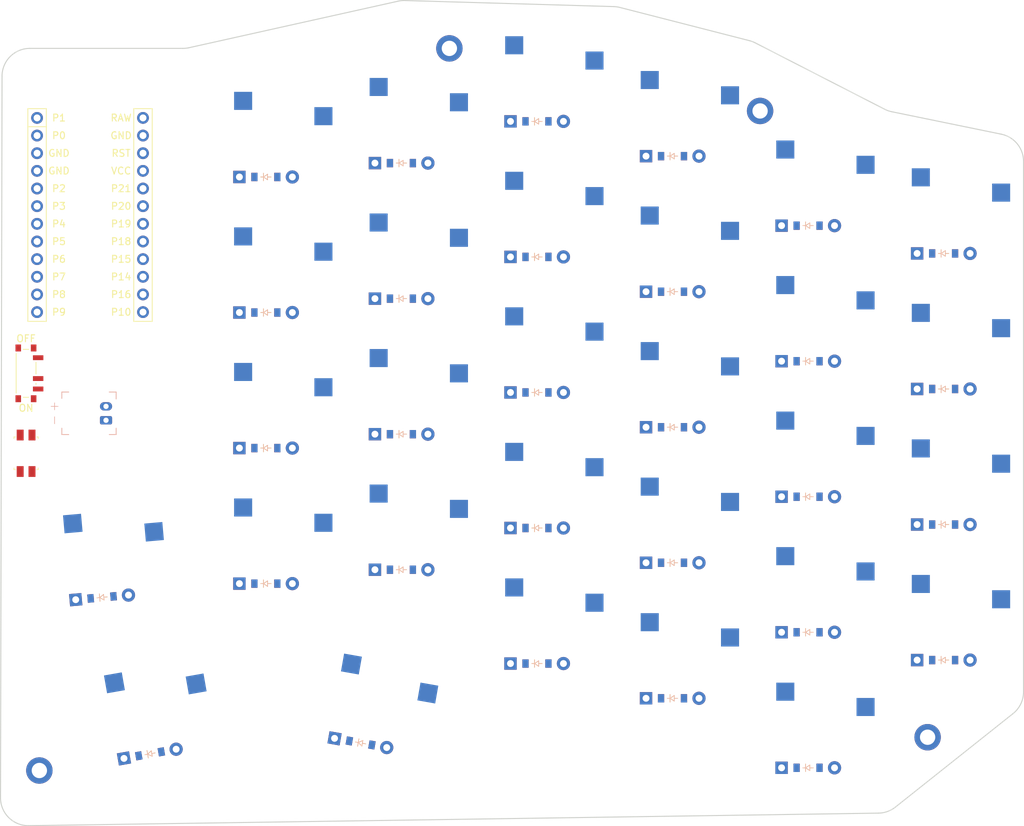
<source format=kicad_pcb>
(kicad_pcb (version 20240108) (generator "ergogen") (generator_version "4.1.0")
  (title_block (title "right") (date "2025-06-04") (rev "v1.0.0") (company "Unknown"))
  (layers (0 "F.Cu" signal) (31 "B.Cu" signal) (34 "B.Paste" user) (35 "F.Paste" user) (36 "B.SilkS" user "B.Silkscreen") (37 "F.SilkS" user "F.Silkscreen") (38 "B.Mask" user) (39 "F.Mask" user) (44 "Edge.Cuts" user))
  (net 0 "")
  (net 1 "P20")
  (net 2 "mirror_outer_row0")
  (net 3 "mirror_outer_row1")
  (net 4 "mirror_outer_row2")
  (net 5 "mirror_outer_row3")
  (net 6 "P19")
  (net 7 "mirror_pinky_arrow")
  (net 8 "mirror_pinky_row0")
  (net 9 "mirror_pinky_row1")
  (net 10 "mirror_pinky_row2")
  (net 11 "mirror_pinky_row3")
  (net 12 "P18")
  (net 13 "mirror_ring_arrow")
  (net 14 "mirror_ring_row0")
  (net 15 "mirror_ring_row1")
  (net 16 "mirror_ring_row2")
  (net 17 "mirror_ring_row3")
  (net 18 "P15")
  (net 19 "mirror_middle_arrow")
  (net 20 "mirror_middle_row0")
  (net 21 "mirror_middle_row1")
  (net 22 "mirror_middle_row2")
  (net 23 "mirror_middle_row3")
  (net 24 "P14")
  (net 25 "mirror_index_row0")
  (net 26 "mirror_index_row1")
  (net 27 "mirror_index_row2")
  (net 28 "mirror_index_row3")
  (net 29 "P16")
  (net 30 "mirror_inner_row0")
  (net 31 "mirror_inner_row1")
  (net 32 "mirror_inner_row2")
  (net 33 "mirror_inner_row3")
  (net 34 "mirror_near_thumbs")
  (net 35 "P10")
  (net 36 "mirror_long_thumbs")
  (net 37 "mirror_one_bracket")
  (net 38 "P7")
  (net 39 "P5")
  (net 40 "P4")
  (net 41 "P3")
  (net 42 "P6")
  (net 43 "RAW")
  (net 44 "GND")
  (net 45 "RST")
  (net 46 "VCC")
  (net 47 "P21")
  (net 48 "P1")
  (net 49 "P0")
  (net 50 "P2")
  (net 51 "P8")
  (net 52 "P9")
  (net 53 "P101")
  (net 54 "P102")
  (net 55 "P107")
  (net 56 "MCU1_24")
  (net 57 "MCU1_1")
  (net 58 "MCU1_23")
  (net 59 "MCU1_2")
  (net 60 "MCU1_22")
  (net 61 "MCU1_3")
  (net 62 "MCU1_21")
  (net 63 "MCU1_4")
  (net 64 "MCU1_20")
  (net 65 "MCU1_5")
  (net 66 "MCU1_19")
  (net 67 "MCU1_6")
  (net 68 "MCU1_18")
  (net 69 "MCU1_7")
  (net 70 "MCU1_17")
  (net 71 "MCU1_8")
  (net 72 "MCU1_16")
  (net 73 "MCU1_9")
  (net 74 "MCU1_15")
  (net 75 "MCU1_10")
  (net 76 "MCU1_14")
  (net 77 "MCU1_11")
  (net 78 "MCU1_13")
  (net 79 "MCU1_12")
  (net 80 "BAT_P")
  (net 81 "JST1_1")
  (net 82 "JST1_2")
  (module PG1350 (layer F.Cu) (at 345 180.5 0)
    (fp_text reference "S1" hide)
    (fp_text value "" hide)
    (pad "" np_thru_hole circle (at 0 0) (size 3.429 3.429) (drill 3.429) (layers *.Cu *.Mask))
    (pad "" np_thru_hole circle (at 5.5 0) (size 1.7018 1.7018) (drill 1.7018) (layers *.Cu *.Mask))
    (pad "" np_thru_hole circle (at -5.5 0) (size 1.7018 1.7018) (drill 1.7018) (layers *.Cu *.Mask))
    (pad "" np_thru_hole circle (at 5 -3.75) (size 3 3) (drill 3) (layers *.Cu *.Mask))
    (pad "" np_thru_hole circle (at 0 -5.95) (size 3 3) (drill 3) (layers *.Cu *.Mask))
    (pad 1 smd rect (at -3.275 -5.95 0) (size 2.6 2.6) (layers B.Cu B.Paste B.Mask) (net 1 "P20"))
    (pad 2 smd rect (at 8.275 -3.75 0) (size 2.6 2.6) (layers B.Cu B.Paste B.Mask) (net 2 "mirror_outer_row0"))
  )
  (module PG1350 (layer F.Cu) (at 345 161 0)
    (fp_text reference "S2" hide)
    (fp_text value "" hide)
    (pad "" np_thru_hole circle (at 0 0) (size 3.429 3.429) (drill 3.429) (layers *.Cu *.Mask))
    (pad "" np_thru_hole circle (at 5.5 0) (size 1.7018 1.7018) (drill 1.7018) (layers *.Cu *.Mask))
    (pad "" np_thru_hole circle (at -5.5 0) (size 1.7018 1.7018) (drill 1.7018) (layers *.Cu *.Mask))
    (pad "" np_thru_hole circle (at 5 -3.75) (size 3 3) (drill 3) (layers *.Cu *.Mask))
    (pad "" np_thru_hole circle (at 0 -5.95) (size 3 3) (drill 3) (layers *.Cu *.Mask))
    (pad 1 smd rect (at -3.275 -5.95 0) (size 2.6 2.6) (layers B.Cu B.Paste B.Mask) (net 1 "P20"))
    (pad 2 smd rect (at 8.275 -3.75 0) (size 2.6 2.6) (layers B.Cu B.Paste B.Mask) (net 3 "mirror_outer_row1"))
  )
  (module PG1350 (layer F.Cu) (at 345 141.5 0)
    (fp_text reference "S3" hide)
    (fp_text value "" hide)
    (pad "" np_thru_hole circle (at 0 0) (size 3.429 3.429) (drill 3.429) (layers *.Cu *.Mask))
    (pad "" np_thru_hole circle (at 5.5 0) (size 1.7018 1.7018) (drill 1.7018) (layers *.Cu *.Mask))
    (pad "" np_thru_hole circle (at -5.5 0) (size 1.7018 1.7018) (drill 1.7018) (layers *.Cu *.Mask))
    (pad "" np_thru_hole circle (at 5 -3.75) (size 3 3) (drill 3) (layers *.Cu *.Mask))
    (pad "" np_thru_hole circle (at 0 -5.95) (size 3 3) (drill 3) (layers *.Cu *.Mask))
    (pad 1 smd rect (at -3.275 -5.95 0) (size 2.6 2.6) (layers B.Cu B.Paste B.Mask) (net 1 "P20"))
    (pad 2 smd rect (at 8.275 -3.75 0) (size 2.6 2.6) (layers B.Cu B.Paste B.Mask) (net 4 "mirror_outer_row2"))
  )
  (module PG1350 (layer F.Cu) (at 345 122 0)
    (fp_text reference "S4" hide)
    (fp_text value "" hide)
    (pad "" np_thru_hole circle (at 0 0) (size 3.429 3.429) (drill 3.429) (layers *.Cu *.Mask))
    (pad "" np_thru_hole circle (at 5.5 0) (size 1.7018 1.7018) (drill 1.7018) (layers *.Cu *.Mask))
    (pad "" np_thru_hole circle (at -5.5 0) (size 1.7018 1.7018) (drill 1.7018) (layers *.Cu *.Mask))
    (pad "" np_thru_hole circle (at 5 -3.75) (size 3 3) (drill 3) (layers *.Cu *.Mask))
    (pad "" np_thru_hole circle (at 0 -5.95) (size 3 3) (drill 3) (layers *.Cu *.Mask))
    (pad 1 smd rect (at -3.275 -5.95 0) (size 2.6 2.6) (layers B.Cu B.Paste B.Mask) (net 1 "P20"))
    (pad 2 smd rect (at 8.275 -3.75 0) (size 2.6 2.6) (layers B.Cu B.Paste B.Mask) (net 5 "mirror_outer_row3"))
  )
  (module PG1350 (layer F.Cu) (at 325.5 196 0)
    (fp_text reference "S5" hide)
    (fp_text value "" hide)
    (pad "" np_thru_hole circle (at 0 0) (size 3.429 3.429) (drill 3.429) (layers *.Cu *.Mask))
    (pad "" np_thru_hole circle (at 5.5 0) (size 1.7018 1.7018) (drill 1.7018) (layers *.Cu *.Mask))
    (pad "" np_thru_hole circle (at -5.5 0) (size 1.7018 1.7018) (drill 1.7018) (layers *.Cu *.Mask))
    (pad "" np_thru_hole circle (at 5 -3.75) (size 3 3) (drill 3) (layers *.Cu *.Mask))
    (pad "" np_thru_hole circle (at 0 -5.95) (size 3 3) (drill 3) (layers *.Cu *.Mask))
    (pad 1 smd rect (at -3.275 -5.95 0) (size 2.6 2.6) (layers B.Cu B.Paste B.Mask) (net 6 "P19"))
    (pad 2 smd rect (at 8.275 -3.75 0) (size 2.6 2.6) (layers B.Cu B.Paste B.Mask) (net 7 "mirror_pinky_arrow"))
  )
  (module PG1350 (layer F.Cu) (at 325.5 176.5 0)
    (fp_text reference "S6" hide)
    (fp_text value "" hide)
    (pad "" np_thru_hole circle (at 0 0) (size 3.429 3.429) (drill 3.429) (layers *.Cu *.Mask))
    (pad "" np_thru_hole circle (at 5.5 0) (size 1.7018 1.7018) (drill 1.7018) (layers *.Cu *.Mask))
    (pad "" np_thru_hole circle (at -5.5 0) (size 1.7018 1.7018) (drill 1.7018) (layers *.Cu *.Mask))
    (pad "" np_thru_hole circle (at 5 -3.75) (size 3 3) (drill 3) (layers *.Cu *.Mask))
    (pad "" np_thru_hole circle (at 0 -5.95) (size 3 3) (drill 3) (layers *.Cu *.Mask))
    (pad 1 smd rect (at -3.275 -5.95 0) (size 2.6 2.6) (layers B.Cu B.Paste B.Mask) (net 6 "P19"))
    (pad 2 smd rect (at 8.275 -3.75 0) (size 2.6 2.6) (layers B.Cu B.Paste B.Mask) (net 8 "mirror_pinky_row0"))
  )
  (module PG1350 (layer F.Cu) (at 325.5 157 0)
    (fp_text reference "S7" hide)
    (fp_text value "" hide)
    (pad "" np_thru_hole circle (at 0 0) (size 3.429 3.429) (drill 3.429) (layers *.Cu *.Mask))
    (pad "" np_thru_hole circle (at 5.5 0) (size 1.7018 1.7018) (drill 1.7018) (layers *.Cu *.Mask))
    (pad "" np_thru_hole circle (at -5.5 0) (size 1.7018 1.7018) (drill 1.7018) (layers *.Cu *.Mask))
    (pad "" np_thru_hole circle (at 5 -3.75) (size 3 3) (drill 3) (layers *.Cu *.Mask))
    (pad "" np_thru_hole circle (at 0 -5.95) (size 3 3) (drill 3) (layers *.Cu *.Mask))
    (pad 1 smd rect (at -3.275 -5.95 0) (size 2.6 2.6) (layers B.Cu B.Paste B.Mask) (net 6 "P19"))
    (pad 2 smd rect (at 8.275 -3.75 0) (size 2.6 2.6) (layers B.Cu B.Paste B.Mask) (net 9 "mirror_pinky_row1"))
  )
  (module PG1350 (layer F.Cu) (at 325.5 137.5 0)
    (fp_text reference "S8" hide)
    (fp_text value "" hide)
    (pad "" np_thru_hole circle (at 0 0) (size 3.429 3.429) (drill 3.429) (layers *.Cu *.Mask))
    (pad "" np_thru_hole circle (at 5.5 0) (size 1.7018 1.7018) (drill 1.7018) (layers *.Cu *.Mask))
    (pad "" np_thru_hole circle (at -5.5 0) (size 1.7018 1.7018) (drill 1.7018) (layers *.Cu *.Mask))
    (pad "" np_thru_hole circle (at 5 -3.75) (size 3 3) (drill 3) (layers *.Cu *.Mask))
    (pad "" np_thru_hole circle (at 0 -5.95) (size 3 3) (drill 3) (layers *.Cu *.Mask))
    (pad 1 smd rect (at -3.275 -5.95 0) (size 2.6 2.6) (layers B.Cu B.Paste B.Mask) (net 6 "P19"))
    (pad 2 smd rect (at 8.275 -3.75 0) (size 2.6 2.6) (layers B.Cu B.Paste B.Mask) (net 10 "mirror_pinky_row2"))
  )
  (module PG1350 (layer F.Cu) (at 325.5 118 0)
    (fp_text reference "S9" hide)
    (fp_text value "" hide)
    (pad "" np_thru_hole circle (at 0 0) (size 3.429 3.429) (drill 3.429) (layers *.Cu *.Mask))
    (pad "" np_thru_hole circle (at 5.5 0) (size 1.7018 1.7018) (drill 1.7018) (layers *.Cu *.Mask))
    (pad "" np_thru_hole circle (at -5.5 0) (size 1.7018 1.7018) (drill 1.7018) (layers *.Cu *.Mask))
    (pad "" np_thru_hole circle (at 5 -3.75) (size 3 3) (drill 3) (layers *.Cu *.Mask))
    (pad "" np_thru_hole circle (at 0 -5.95) (size 3 3) (drill 3) (layers *.Cu *.Mask))
    (pad 1 smd rect (at -3.275 -5.95 0) (size 2.6 2.6) (layers B.Cu B.Paste B.Mask) (net 6 "P19"))
    (pad 2 smd rect (at 8.275 -3.75 0) (size 2.6 2.6) (layers B.Cu B.Paste B.Mask) (net 11 "mirror_pinky_row3"))
  )
  (module PG1350 (layer F.Cu) (at 306 186 0)
    (fp_text reference "S10" hide)
    (fp_text value "" hide)
    (pad "" np_thru_hole circle (at 0 0) (size 3.429 3.429) (drill 3.429) (layers *.Cu *.Mask))
    (pad "" np_thru_hole circle (at 5.5 0) (size 1.7018 1.7018) (drill 1.7018) (layers *.Cu *.Mask))
    (pad "" np_thru_hole circle (at -5.5 0) (size 1.7018 1.7018) (drill 1.7018) (layers *.Cu *.Mask))
    (pad "" np_thru_hole circle (at 5 -3.75) (size 3 3) (drill 3) (layers *.Cu *.Mask))
    (pad "" np_thru_hole circle (at 0 -5.95) (size 3 3) (drill 3) (layers *.Cu *.Mask))
    (pad 1 smd rect (at -3.275 -5.95 0) (size 2.6 2.6) (layers B.Cu B.Paste B.Mask) (net 12 "P18"))
    (pad 2 smd rect (at 8.275 -3.75 0) (size 2.6 2.6) (layers B.Cu B.Paste B.Mask) (net 13 "mirror_ring_arrow"))
  )
  (module PG1350 (layer F.Cu) (at 306 166.5 0)
    (fp_text reference "S11" hide)
    (fp_text value "" hide)
    (pad "" np_thru_hole circle (at 0 0) (size 3.429 3.429) (drill 3.429) (layers *.Cu *.Mask))
    (pad "" np_thru_hole circle (at 5.5 0) (size 1.7018 1.7018) (drill 1.7018) (layers *.Cu *.Mask))
    (pad "" np_thru_hole circle (at -5.5 0) (size 1.7018 1.7018) (drill 1.7018) (layers *.Cu *.Mask))
    (pad "" np_thru_hole circle (at 5 -3.75) (size 3 3) (drill 3) (layers *.Cu *.Mask))
    (pad "" np_thru_hole circle (at 0 -5.95) (size 3 3) (drill 3) (layers *.Cu *.Mask))
    (pad 1 smd rect (at -3.275 -5.95 0) (size 2.6 2.6) (layers B.Cu B.Paste B.Mask) (net 12 "P18"))
    (pad 2 smd rect (at 8.275 -3.75 0) (size 2.6 2.6) (layers B.Cu B.Paste B.Mask) (net 14 "mirror_ring_row0"))
  )
  (module PG1350 (layer F.Cu) (at 306 147 0)
    (fp_text reference "S12" hide)
    (fp_text value "" hide)
    (pad "" np_thru_hole circle (at 0 0) (size 3.429 3.429) (drill 3.429) (layers *.Cu *.Mask))
    (pad "" np_thru_hole circle (at 5.5 0) (size 1.7018 1.7018) (drill 1.7018) (layers *.Cu *.Mask))
    (pad "" np_thru_hole circle (at -5.5 0) (size 1.7018 1.7018) (drill 1.7018) (layers *.Cu *.Mask))
    (pad "" np_thru_hole circle (at 5 -3.75) (size 3 3) (drill 3) (layers *.Cu *.Mask))
    (pad "" np_thru_hole circle (at 0 -5.95) (size 3 3) (drill 3) (layers *.Cu *.Mask))
    (pad 1 smd rect (at -3.275 -5.95 0) (size 2.6 2.6) (layers B.Cu B.Paste B.Mask) (net 12 "P18"))
    (pad 2 smd rect (at 8.275 -3.75 0) (size 2.6 2.6) (layers B.Cu B.Paste B.Mask) (net 15 "mirror_ring_row1"))
  )
  (module PG1350 (layer F.Cu) (at 306 127.5 0)
    (fp_text reference "S13" hide)
    (fp_text value "" hide)
    (pad "" np_thru_hole circle (at 0 0) (size 3.429 3.429) (drill 3.429) (layers *.Cu *.Mask))
    (pad "" np_thru_hole circle (at 5.5 0) (size 1.7018 1.7018) (drill 1.7018) (layers *.Cu *.Mask))
    (pad "" np_thru_hole circle (at -5.5 0) (size 1.7018 1.7018) (drill 1.7018) (layers *.Cu *.Mask))
    (pad "" np_thru_hole circle (at 5 -3.75) (size 3 3) (drill 3) (layers *.Cu *.Mask))
    (pad "" np_thru_hole circle (at 0 -5.95) (size 3 3) (drill 3) (layers *.Cu *.Mask))
    (pad 1 smd rect (at -3.275 -5.95 0) (size 2.6 2.6) (layers B.Cu B.Paste B.Mask) (net 12 "P18"))
    (pad 2 smd rect (at 8.275 -3.75 0) (size 2.6 2.6) (layers B.Cu B.Paste B.Mask) (net 16 "mirror_ring_row2"))
  )
  (module PG1350 (layer F.Cu) (at 306 108 0)
    (fp_text reference "S14" hide)
    (fp_text value "" hide)
    (pad "" np_thru_hole circle (at 0 0) (size 3.429 3.429) (drill 3.429) (layers *.Cu *.Mask))
    (pad "" np_thru_hole circle (at 5.5 0) (size 1.7018 1.7018) (drill 1.7018) (layers *.Cu *.Mask))
    (pad "" np_thru_hole circle (at -5.5 0) (size 1.7018 1.7018) (drill 1.7018) (layers *.Cu *.Mask))
    (pad "" np_thru_hole circle (at 5 -3.75) (size 3 3) (drill 3) (layers *.Cu *.Mask))
    (pad "" np_thru_hole circle (at 0 -5.95) (size 3 3) (drill 3) (layers *.Cu *.Mask))
    (pad 1 smd rect (at -3.275 -5.95 0) (size 2.6 2.6) (layers B.Cu B.Paste B.Mask) (net 12 "P18"))
    (pad 2 smd rect (at 8.275 -3.75 0) (size 2.6 2.6) (layers B.Cu B.Paste B.Mask) (net 17 "mirror_ring_row3"))
  )
  (module PG1350 (layer F.Cu) (at 286.5 181 0)
    (fp_text reference "S15" hide)
    (fp_text value "" hide)
    (pad "" np_thru_hole circle (at 0 0) (size 3.429 3.429) (drill 3.429) (layers *.Cu *.Mask))
    (pad "" np_thru_hole circle (at 5.5 0) (size 1.7018 1.7018) (drill 1.7018) (layers *.Cu *.Mask))
    (pad "" np_thru_hole circle (at -5.5 0) (size 1.7018 1.7018) (drill 1.7018) (layers *.Cu *.Mask))
    (pad "" np_thru_hole circle (at 5 -3.75) (size 3 3) (drill 3) (layers *.Cu *.Mask))
    (pad "" np_thru_hole circle (at 0 -5.95) (size 3 3) (drill 3) (layers *.Cu *.Mask))
    (pad 1 smd rect (at -3.275 -5.95 0) (size 2.6 2.6) (layers B.Cu B.Paste B.Mask) (net 18 "P15"))
    (pad 2 smd rect (at 8.275 -3.75 0) (size 2.6 2.6) (layers B.Cu B.Paste B.Mask) (net 19 "mirror_middle_arrow"))
  )
  (module PG1350 (layer F.Cu) (at 286.5 161.5 0)
    (fp_text reference "S16" hide)
    (fp_text value "" hide)
    (pad "" np_thru_hole circle (at 0 0) (size 3.429 3.429) (drill 3.429) (layers *.Cu *.Mask))
    (pad "" np_thru_hole circle (at 5.5 0) (size 1.7018 1.7018) (drill 1.7018) (layers *.Cu *.Mask))
    (pad "" np_thru_hole circle (at -5.5 0) (size 1.7018 1.7018) (drill 1.7018) (layers *.Cu *.Mask))
    (pad "" np_thru_hole circle (at 5 -3.75) (size 3 3) (drill 3) (layers *.Cu *.Mask))
    (pad "" np_thru_hole circle (at 0 -5.95) (size 3 3) (drill 3) (layers *.Cu *.Mask))
    (pad 1 smd rect (at -3.275 -5.95 0) (size 2.6 2.6) (layers B.Cu B.Paste B.Mask) (net 18 "P15"))
    (pad 2 smd rect (at 8.275 -3.75 0) (size 2.6 2.6) (layers B.Cu B.Paste B.Mask) (net 20 "mirror_middle_row0"))
  )
  (module PG1350 (layer F.Cu) (at 286.5 142 0)
    (fp_text reference "S17" hide)
    (fp_text value "" hide)
    (pad "" np_thru_hole circle (at 0 0) (size 3.429 3.429) (drill 3.429) (layers *.Cu *.Mask))
    (pad "" np_thru_hole circle (at 5.5 0) (size 1.7018 1.7018) (drill 1.7018) (layers *.Cu *.Mask))
    (pad "" np_thru_hole circle (at -5.5 0) (size 1.7018 1.7018) (drill 1.7018) (layers *.Cu *.Mask))
    (pad "" np_thru_hole circle (at 5 -3.75) (size 3 3) (drill 3) (layers *.Cu *.Mask))
    (pad "" np_thru_hole circle (at 0 -5.95) (size 3 3) (drill 3) (layers *.Cu *.Mask))
    (pad 1 smd rect (at -3.275 -5.95 0) (size 2.6 2.6) (layers B.Cu B.Paste B.Mask) (net 18 "P15"))
    (pad 2 smd rect (at 8.275 -3.75 0) (size 2.6 2.6) (layers B.Cu B.Paste B.Mask) (net 21 "mirror_middle_row1"))
  )
  (module PG1350 (layer F.Cu) (at 286.5 122.5 0)
    (fp_text reference "S18" hide)
    (fp_text value "" hide)
    (pad "" np_thru_hole circle (at 0 0) (size 3.429 3.429) (drill 3.429) (layers *.Cu *.Mask))
    (pad "" np_thru_hole circle (at 5.5 0) (size 1.7018 1.7018) (drill 1.7018) (layers *.Cu *.Mask))
    (pad "" np_thru_hole circle (at -5.5 0) (size 1.7018 1.7018) (drill 1.7018) (layers *.Cu *.Mask))
    (pad "" np_thru_hole circle (at 5 -3.75) (size 3 3) (drill 3) (layers *.Cu *.Mask))
    (pad "" np_thru_hole circle (at 0 -5.95) (size 3 3) (drill 3) (layers *.Cu *.Mask))
    (pad 1 smd rect (at -3.275 -5.95 0) (size 2.6 2.6) (layers B.Cu B.Paste B.Mask) (net 18 "P15"))
    (pad 2 smd rect (at 8.275 -3.75 0) (size 2.6 2.6) (layers B.Cu B.Paste B.Mask) (net 22 "mirror_middle_row2"))
  )
  (module PG1350 (layer F.Cu) (at 286.5 103 0)
    (fp_text reference "S19" hide)
    (fp_text value "" hide)
    (pad "" np_thru_hole circle (at 0 0) (size 3.429 3.429) (drill 3.429) (layers *.Cu *.Mask))
    (pad "" np_thru_hole circle (at 5.5 0) (size 1.7018 1.7018) (drill 1.7018) (layers *.Cu *.Mask))
    (pad "" np_thru_hole circle (at -5.5 0) (size 1.7018 1.7018) (drill 1.7018) (layers *.Cu *.Mask))
    (pad "" np_thru_hole circle (at 5 -3.75) (size 3 3) (drill 3) (layers *.Cu *.Mask))
    (pad "" np_thru_hole circle (at 0 -5.95) (size 3 3) (drill 3) (layers *.Cu *.Mask))
    (pad 1 smd rect (at -3.275 -5.95 0) (size 2.6 2.6) (layers B.Cu B.Paste B.Mask) (net 18 "P15"))
    (pad 2 smd rect (at 8.275 -3.75 0) (size 2.6 2.6) (layers B.Cu B.Paste B.Mask) (net 23 "mirror_middle_row3"))
  )
  (module PG1350 (layer F.Cu) (at 267 167.5 0)
    (fp_text reference "S20" hide)
    (fp_text value "" hide)
    (pad "" np_thru_hole circle (at 0 0) (size 3.429 3.429) (drill 3.429) (layers *.Cu *.Mask))
    (pad "" np_thru_hole circle (at 5.5 0) (size 1.7018 1.7018) (drill 1.7018) (layers *.Cu *.Mask))
    (pad "" np_thru_hole circle (at -5.5 0) (size 1.7018 1.7018) (drill 1.7018) (layers *.Cu *.Mask))
    (pad "" np_thru_hole circle (at 5 -3.75) (size 3 3) (drill 3) (layers *.Cu *.Mask))
    (pad "" np_thru_hole circle (at 0 -5.95) (size 3 3) (drill 3) (layers *.Cu *.Mask))
    (pad 1 smd rect (at -3.275 -5.95 0) (size 2.6 2.6) (layers B.Cu B.Paste B.Mask) (net 24 "P14"))
    (pad 2 smd rect (at 8.275 -3.75 0) (size 2.6 2.6) (layers B.Cu B.Paste B.Mask) (net 25 "mirror_index_row0"))
  )
  (module PG1350 (layer F.Cu) (at 267 148 0)
    (fp_text reference "S21" hide)
    (fp_text value "" hide)
    (pad "" np_thru_hole circle (at 0 0) (size 3.429 3.429) (drill 3.429) (layers *.Cu *.Mask))
    (pad "" np_thru_hole circle (at 5.5 0) (size 1.7018 1.7018) (drill 1.7018) (layers *.Cu *.Mask))
    (pad "" np_thru_hole circle (at -5.5 0) (size 1.7018 1.7018) (drill 1.7018) (layers *.Cu *.Mask))
    (pad "" np_thru_hole circle (at 5 -3.75) (size 3 3) (drill 3) (layers *.Cu *.Mask))
    (pad "" np_thru_hole circle (at 0 -5.95) (size 3 3) (drill 3) (layers *.Cu *.Mask))
    (pad 1 smd rect (at -3.275 -5.95 0) (size 2.6 2.6) (layers B.Cu B.Paste B.Mask) (net 24 "P14"))
    (pad 2 smd rect (at 8.275 -3.75 0) (size 2.6 2.6) (layers B.Cu B.Paste B.Mask) (net 26 "mirror_index_row1"))
  )
  (module PG1350 (layer F.Cu) (at 267 128.5 0)
    (fp_text reference "S22" hide)
    (fp_text value "" hide)
    (pad "" np_thru_hole circle (at 0 0) (size 3.429 3.429) (drill 3.429) (layers *.Cu *.Mask))
    (pad "" np_thru_hole circle (at 5.5 0) (size 1.7018 1.7018) (drill 1.7018) (layers *.Cu *.Mask))
    (pad "" np_thru_hole circle (at -5.5 0) (size 1.7018 1.7018) (drill 1.7018) (layers *.Cu *.Mask))
    (pad "" np_thru_hole circle (at 5 -3.75) (size 3 3) (drill 3) (layers *.Cu *.Mask))
    (pad "" np_thru_hole circle (at 0 -5.95) (size 3 3) (drill 3) (layers *.Cu *.Mask))
    (pad 1 smd rect (at -3.275 -5.95 0) (size 2.6 2.6) (layers B.Cu B.Paste B.Mask) (net 24 "P14"))
    (pad 2 smd rect (at 8.275 -3.75 0) (size 2.6 2.6) (layers B.Cu B.Paste B.Mask) (net 27 "mirror_index_row2"))
  )
  (module PG1350 (layer F.Cu) (at 267 109 0)
    (fp_text reference "S23" hide)
    (fp_text value "" hide)
    (pad "" np_thru_hole circle (at 0 0) (size 3.429 3.429) (drill 3.429) (layers *.Cu *.Mask))
    (pad "" np_thru_hole circle (at 5.5 0) (size 1.7018 1.7018) (drill 1.7018) (layers *.Cu *.Mask))
    (pad "" np_thru_hole circle (at -5.5 0) (size 1.7018 1.7018) (drill 1.7018) (layers *.Cu *.Mask))
    (pad "" np_thru_hole circle (at 5 -3.75) (size 3 3) (drill 3) (layers *.Cu *.Mask))
    (pad "" np_thru_hole circle (at 0 -5.95) (size 3 3) (drill 3) (layers *.Cu *.Mask))
    (pad 1 smd rect (at -3.275 -5.95 0) (size 2.6 2.6) (layers B.Cu B.Paste B.Mask) (net 24 "P14"))
    (pad 2 smd rect (at 8.275 -3.75 0) (size 2.6 2.6) (layers B.Cu B.Paste B.Mask) (net 28 "mirror_index_row3"))
  )
  (module PG1350 (layer F.Cu) (at 247.5 169.5 0)
    (fp_text reference "S24" hide)
    (fp_text value "" hide)
    (pad "" np_thru_hole circle (at 0 0) (size 3.429 3.429) (drill 3.429) (layers *.Cu *.Mask))
    (pad "" np_thru_hole circle (at 5.5 0) (size 1.7018 1.7018) (drill 1.7018) (layers *.Cu *.Mask))
    (pad "" np_thru_hole circle (at -5.5 0) (size 1.7018 1.7018) (drill 1.7018) (layers *.Cu *.Mask))
    (pad "" np_thru_hole circle (at 5 -3.75) (size 3 3) (drill 3) (layers *.Cu *.Mask))
    (pad "" np_thru_hole circle (at 0 -5.95) (size 3 3) (drill 3) (layers *.Cu *.Mask))
    (pad 1 smd rect (at -3.275 -5.95 0) (size 2.6 2.6) (layers B.Cu B.Paste B.Mask) (net 29 "P16"))
    (pad 2 smd rect (at 8.275 -3.75 0) (size 2.6 2.6) (layers B.Cu B.Paste B.Mask) (net 30 "mirror_inner_row0"))
  )
  (module PG1350 (layer F.Cu) (at 247.5 150 0)
    (fp_text reference "S25" hide)
    (fp_text value "" hide)
    (pad "" np_thru_hole circle (at 0 0) (size 3.429 3.429) (drill 3.429) (layers *.Cu *.Mask))
    (pad "" np_thru_hole circle (at 5.5 0) (size 1.7018 1.7018) (drill 1.7018) (layers *.Cu *.Mask))
    (pad "" np_thru_hole circle (at -5.5 0) (size 1.7018 1.7018) (drill 1.7018) (layers *.Cu *.Mask))
    (pad "" np_thru_hole circle (at 5 -3.75) (size 3 3) (drill 3) (layers *.Cu *.Mask))
    (pad "" np_thru_hole circle (at 0 -5.95) (size 3 3) (drill 3) (layers *.Cu *.Mask))
    (pad 1 smd rect (at -3.275 -5.95 0) (size 2.6 2.6) (layers B.Cu B.Paste B.Mask) (net 29 "P16"))
    (pad 2 smd rect (at 8.275 -3.75 0) (size 2.6 2.6) (layers B.Cu B.Paste B.Mask) (net 31 "mirror_inner_row1"))
  )
  (module PG1350 (layer F.Cu) (at 247.5 130.5 0)
    (fp_text reference "S26" hide)
    (fp_text value "" hide)
    (pad "" np_thru_hole circle (at 0 0) (size 3.429 3.429) (drill 3.429) (layers *.Cu *.Mask))
    (pad "" np_thru_hole circle (at 5.5 0) (size 1.7018 1.7018) (drill 1.7018) (layers *.Cu *.Mask))
    (pad "" np_thru_hole circle (at -5.5 0) (size 1.7018 1.7018) (drill 1.7018) (layers *.Cu *.Mask))
    (pad "" np_thru_hole circle (at 5 -3.75) (size 3 3) (drill 3) (layers *.Cu *.Mask))
    (pad "" np_thru_hole circle (at 0 -5.95) (size 3 3) (drill 3) (layers *.Cu *.Mask))
    (pad 1 smd rect (at -3.275 -5.95 0) (size 2.6 2.6) (layers B.Cu B.Paste B.Mask) (net 29 "P16"))
    (pad 2 smd rect (at 8.275 -3.75 0) (size 2.6 2.6) (layers B.Cu B.Paste B.Mask) (net 32 "mirror_inner_row2"))
  )
  (module PG1350 (layer F.Cu) (at 247.5 111 0)
    (fp_text reference "S27" hide)
    (fp_text value "" hide)
    (pad "" np_thru_hole circle (at 0 0) (size 3.429 3.429) (drill 3.429) (layers *.Cu *.Mask))
    (pad "" np_thru_hole circle (at 5.5 0) (size 1.7018 1.7018) (drill 1.7018) (layers *.Cu *.Mask))
    (pad "" np_thru_hole circle (at -5.5 0) (size 1.7018 1.7018) (drill 1.7018) (layers *.Cu *.Mask))
    (pad "" np_thru_hole circle (at 5 -3.75) (size 3 3) (drill 3) (layers *.Cu *.Mask))
    (pad "" np_thru_hole circle (at 0 -5.95) (size 3 3) (drill 3) (layers *.Cu *.Mask))
    (pad 1 smd rect (at -3.275 -5.95 0) (size 2.6 2.6) (layers B.Cu B.Paste B.Mask) (net 29 "P16"))
    (pad 2 smd rect (at 8.275 -3.75 0) (size 2.6 2.6) (layers B.Cu B.Paste B.Mask) (net 33 "mirror_inner_row3"))
  )
  (module PG1350 (layer F.Cu) (at 262 192.5 -10)
    (fp_text reference "S28" hide)
    (fp_text value "" hide)
    (pad "" np_thru_hole circle (at 0 0) (size 3.429 3.429) (drill 3.429) (layers *.Cu *.Mask))
    (pad "" np_thru_hole circle (at 5.5 0) (size 1.7018 1.7018) (drill 1.7018) (layers *.Cu *.Mask))
    (pad "" np_thru_hole circle (at -5.5 0) (size 1.7018 1.7018) (drill 1.7018) (layers *.Cu *.Mask))
    (pad "" np_thru_hole circle (at 5 -3.75) (size 3 3) (drill 3) (layers *.Cu *.Mask))
    (pad "" np_thru_hole circle (at 0 -5.95) (size 3 3) (drill 3) (layers *.Cu *.Mask))
    (pad 1 smd rect (at -3.275 -5.95 -10) (size 2.6 2.6) (layers B.Cu B.Paste B.Mask) (net 24 "P14"))
    (pad 2 smd rect (at 8.275 -3.75 -10) (size 2.6 2.6) (layers B.Cu B.Paste B.Mask) (net 34 "mirror_near_thumbs"))
  )
  (module PG1350 (layer F.Cu) (at 229.9676116 194.0628335 10)
    (fp_text reference "S29" hide)
    (fp_text value "" hide)
    (pad "" np_thru_hole circle (at 0 0) (size 3.429 3.429) (drill 3.429) (layers *.Cu *.Mask))
    (pad "" np_thru_hole circle (at 5.5 0) (size 1.7018 1.7018) (drill 1.7018) (layers *.Cu *.Mask))
    (pad "" np_thru_hole circle (at -5.5 0) (size 1.7018 1.7018) (drill 1.7018) (layers *.Cu *.Mask))
    (pad "" np_thru_hole circle (at 5 -3.75) (size 3 3) (drill 3) (layers *.Cu *.Mask))
    (pad "" np_thru_hole circle (at 0 -5.95) (size 3 3) (drill 3) (layers *.Cu *.Mask))
    (pad 1 smd rect (at -3.275 -5.95 10) (size 2.6 2.6) (layers B.Cu B.Paste B.Mask) (net 35 "P10"))
    (pad 2 smd rect (at 8.275 -3.75 10) (size 2.6 2.6) (layers B.Cu B.Paste B.Mask) (net 36 "mirror_long_thumbs"))
  )
  (module PG1350 (layer F.Cu) (at 223.5 171.5 5)
    (fp_text reference "S30" hide)
    (fp_text value "" hide)
    (pad "" np_thru_hole circle (at 0 0) (size 3.429 3.429) (drill 3.429) (layers *.Cu *.Mask))
    (pad "" np_thru_hole circle (at 5.5 0) (size 1.7018 1.7018) (drill 1.7018) (layers *.Cu *.Mask))
    (pad "" np_thru_hole circle (at -5.5 0) (size 1.7018 1.7018) (drill 1.7018) (layers *.Cu *.Mask))
    (pad "" np_thru_hole circle (at 5 -3.75) (size 3 3) (drill 3) (layers *.Cu *.Mask))
    (pad "" np_thru_hole circle (at 0 -5.95) (size 3 3) (drill 3) (layers *.Cu *.Mask))
    (pad 1 smd rect (at -3.275 -5.95 5) (size 2.6 2.6) (layers B.Cu B.Paste B.Mask) (net 35 "P10"))
    (pad 2 smd rect (at 8.275 -3.75 5) (size 2.6 2.6) (layers B.Cu B.Paste B.Mask) (net 37 "mirror_one_bracket"))
  )
  (module ComboDiode (layer F.Cu) (at 345 185.5 0)
    (fp_text reference "D1" hide)
    (fp_text value "" hide)
    (pad 1 smd rect (at -1.65 0 0) (size 0.9 1.2) (layers F.Cu F.Paste F.Mask) (net 38 "P7"))
    (pad 2 smd rect (at 1.65 0 0) (size 0.9 1.2) (layers B.Cu B.Paste B.Mask) (net 2 "mirror_outer_row0"))
    (pad 1 smd rect (at -1.65 0 0) (size 0.9 1.2) (layers B.Cu B.Paste B.Mask) (net 38 "P7"))
    (pad 2 smd rect (at 1.65 0 0) (size 0.9 1.2) (layers F.Cu F.Paste F.Mask) (net 2 "mirror_outer_row0"))
    (pad 1 thru_hole rect (at -3.81 0 0) (size 1.778 1.778) (drill 0.9906) (layers *.Cu *.Mask) (net 38 "P7"))
    (pad 2 thru_hole circle (at 3.81 0 0) (size 1.905 1.905) (drill 0.9906) (layers *.Cu *.Mask) (net 2 "mirror_outer_row0"))
  )
  (module ComboDiode (layer F.Cu) (at 345 166 0)
    (fp_text reference "D2" hide)
    (fp_text value "" hide)
    (pad 1 smd rect (at -1.65 0 0) (size 0.9 1.2) (layers F.Cu F.Paste F.Mask) (net 39 "P5"))
    (pad 2 smd rect (at 1.65 0 0) (size 0.9 1.2) (layers B.Cu B.Paste B.Mask) (net 3 "mirror_outer_row1"))
    (pad 1 smd rect (at -1.65 0 0) (size 0.9 1.2) (layers B.Cu B.Paste B.Mask) (net 39 "P5"))
    (pad 2 smd rect (at 1.65 0 0) (size 0.9 1.2) (layers F.Cu F.Paste F.Mask) (net 3 "mirror_outer_row1"))
    (pad 1 thru_hole rect (at -3.81 0 0) (size 1.778 1.778) (drill 0.9906) (layers *.Cu *.Mask) (net 39 "P5"))
    (pad 2 thru_hole circle (at 3.81 0 0) (size 1.905 1.905) (drill 0.9906) (layers *.Cu *.Mask) (net 3 "mirror_outer_row1"))
  )
  (module ComboDiode (layer F.Cu) (at 345 146.5 0)
    (fp_text reference "D3" hide)
    (fp_text value "" hide)
    (pad 1 smd rect (at -1.65 0 0) (size 0.9 1.2) (layers F.Cu F.Paste F.Mask) (net 40 "P4"))
    (pad 2 smd rect (at 1.65 0 0) (size 0.9 1.2) (layers B.Cu B.Paste B.Mask) (net 4 "mirror_outer_row2"))
    (pad 1 smd rect (at -1.65 0 0) (size 0.9 1.2) (layers B.Cu B.Paste B.Mask) (net 40 "P4"))
    (pad 2 smd rect (at 1.65 0 0) (size 0.9 1.2) (layers F.Cu F.Paste F.Mask) (net 4 "mirror_outer_row2"))
    (pad 1 thru_hole rect (at -3.81 0 0) (size 1.778 1.778) (drill 0.9906) (layers *.Cu *.Mask) (net 40 "P4"))
    (pad 2 thru_hole circle (at 3.81 0 0) (size 1.905 1.905) (drill 0.9906) (layers *.Cu *.Mask) (net 4 "mirror_outer_row2"))
  )
  (module ComboDiode (layer F.Cu) (at 345 127 0)
    (fp_text reference "D4" hide)
    (fp_text value "" hide)
    (pad 1 smd rect (at -1.65 0 0) (size 0.9 1.2) (layers F.Cu F.Paste F.Mask) (net 41 "P3"))
    (pad 2 smd rect (at 1.65 0 0) (size 0.9 1.2) (layers B.Cu B.Paste B.Mask) (net 5 "mirror_outer_row3"))
    (pad 1 smd rect (at -1.65 0 0) (size 0.9 1.2) (layers B.Cu B.Paste B.Mask) (net 41 "P3"))
    (pad 2 smd rect (at 1.65 0 0) (size 0.9 1.2) (layers F.Cu F.Paste F.Mask) (net 5 "mirror_outer_row3"))
    (pad 1 thru_hole rect (at -3.81 0 0) (size 1.778 1.778) (drill 0.9906) (layers *.Cu *.Mask) (net 41 "P3"))
    (pad 2 thru_hole circle (at 3.81 0 0) (size 1.905 1.905) (drill 0.9906) (layers *.Cu *.Mask) (net 5 "mirror_outer_row3"))
  )
  (module ComboDiode (layer F.Cu) (at 325.5 201 0)
    (fp_text reference "D5" hide)
    (fp_text value "" hide)
    (pad 1 smd rect (at -1.65 0 0) (size 0.9 1.2) (layers F.Cu F.Paste F.Mask) (net 42 "P6"))
    (pad 2 smd rect (at 1.65 0 0) (size 0.9 1.2) (layers B.Cu B.Paste B.Mask) (net 7 "mirror_pinky_arrow"))
    (pad 1 smd rect (at -1.65 0 0) (size 0.9 1.2) (layers B.Cu B.Paste B.Mask) (net 42 "P6"))
    (pad 2 smd rect (at 1.65 0 0) (size 0.9 1.2) (layers F.Cu F.Paste F.Mask) (net 7 "mirror_pinky_arrow"))
    (pad 1 thru_hole rect (at -3.81 0 0) (size 1.778 1.778) (drill 0.9906) (layers *.Cu *.Mask) (net 42 "P6"))
    (pad 2 thru_hole circle (at 3.81 0 0) (size 1.905 1.905) (drill 0.9906) (layers *.Cu *.Mask) (net 7 "mirror_pinky_arrow"))
  )
  (module ComboDiode (layer F.Cu) (at 325.5 181.5 0)
    (fp_text reference "D6" hide)
    (fp_text value "" hide)
    (pad 1 smd rect (at -1.65 0 0) (size 0.9 1.2) (layers F.Cu F.Paste F.Mask) (net 38 "P7"))
    (pad 2 smd rect (at 1.65 0 0) (size 0.9 1.2) (layers B.Cu B.Paste B.Mask) (net 8 "mirror_pinky_row0"))
    (pad 1 smd rect (at -1.65 0 0) (size 0.9 1.2) (layers B.Cu B.Paste B.Mask) (net 38 "P7"))
    (pad 2 smd rect (at 1.65 0 0) (size 0.9 1.2) (layers F.Cu F.Paste F.Mask) (net 8 "mirror_pinky_row0"))
    (pad 1 thru_hole rect (at -3.81 0 0) (size 1.778 1.778) (drill 0.9906) (layers *.Cu *.Mask) (net 38 "P7"))
    (pad 2 thru_hole circle (at 3.81 0 0) (size 1.905 1.905) (drill 0.9906) (layers *.Cu *.Mask) (net 8 "mirror_pinky_row0"))
  )
  (module ComboDiode (layer F.Cu) (at 325.5 162 0)
    (fp_text reference "D7" hide)
    (fp_text value "" hide)
    (pad 1 smd rect (at -1.65 0 0) (size 0.9 1.2) (layers F.Cu F.Paste F.Mask) (net 39 "P5"))
    (pad 2 smd rect (at 1.65 0 0) (size 0.9 1.2) (layers B.Cu B.Paste B.Mask) (net 9 "mirror_pinky_row1"))
    (pad 1 smd rect (at -1.65 0 0) (size 0.9 1.2) (layers B.Cu B.Paste B.Mask) (net 39 "P5"))
    (pad 2 smd rect (at 1.65 0 0) (size 0.9 1.2) (layers F.Cu F.Paste F.Mask) (net 9 "mirror_pinky_row1"))
    (pad 1 thru_hole rect (at -3.81 0 0) (size 1.778 1.778) (drill 0.9906) (layers *.Cu *.Mask) (net 39 "P5"))
    (pad 2 thru_hole circle (at 3.81 0 0) (size 1.905 1.905) (drill 0.9906) (layers *.Cu *.Mask) (net 9 "mirror_pinky_row1"))
  )
  (module ComboDiode (layer F.Cu) (at 325.5 142.5 0)
    (fp_text reference "D8" hide)
    (fp_text value "" hide)
    (pad 1 smd rect (at -1.65 0 0) (size 0.9 1.2) (layers F.Cu F.Paste F.Mask) (net 40 "P4"))
    (pad 2 smd rect (at 1.65 0 0) (size 0.9 1.2) (layers B.Cu B.Paste B.Mask) (net 10 "mirror_pinky_row2"))
    (pad 1 smd rect (at -1.65 0 0) (size 0.9 1.2) (layers B.Cu B.Paste B.Mask) (net 40 "P4"))
    (pad 2 smd rect (at 1.65 0 0) (size 0.9 1.2) (layers F.Cu F.Paste F.Mask) (net 10 "mirror_pinky_row2"))
    (pad 1 thru_hole rect (at -3.81 0 0) (size 1.778 1.778) (drill 0.9906) (layers *.Cu *.Mask) (net 40 "P4"))
    (pad 2 thru_hole circle (at 3.81 0 0) (size 1.905 1.905) (drill 0.9906) (layers *.Cu *.Mask) (net 10 "mirror_pinky_row2"))
  )
  (module ComboDiode (layer F.Cu) (at 325.5 123 0)
    (fp_text reference "D9" hide)
    (fp_text value "" hide)
    (pad 1 smd rect (at -1.65 0 0) (size 0.9 1.2) (layers F.Cu F.Paste F.Mask) (net 41 "P3"))
    (pad 2 smd rect (at 1.65 0 0) (size 0.9 1.2) (layers B.Cu B.Paste B.Mask) (net 11 "mirror_pinky_row3"))
    (pad 1 smd rect (at -1.65 0 0) (size 0.9 1.2) (layers B.Cu B.Paste B.Mask) (net 41 "P3"))
    (pad 2 smd rect (at 1.65 0 0) (size 0.9 1.2) (layers F.Cu F.Paste F.Mask) (net 11 "mirror_pinky_row3"))
    (pad 1 thru_hole rect (at -3.81 0 0) (size 1.778 1.778) (drill 0.9906) (layers *.Cu *.Mask) (net 41 "P3"))
    (pad 2 thru_hole circle (at 3.81 0 0) (size 1.905 1.905) (drill 0.9906) (layers *.Cu *.Mask) (net 11 "mirror_pinky_row3"))
  )
  (module ComboDiode (layer F.Cu) (at 306 191 0)
    (fp_text reference "D10" hide)
    (fp_text value "" hide)
    (pad 1 smd rect (at -1.65 0 0) (size 0.9 1.2) (layers F.Cu F.Paste F.Mask) (net 42 "P6"))
    (pad 2 smd rect (at 1.65 0 0) (size 0.9 1.2) (layers B.Cu B.Paste B.Mask) (net 13 "mirror_ring_arrow"))
    (pad 1 smd rect (at -1.65 0 0) (size 0.9 1.2) (layers B.Cu B.Paste B.Mask) (net 42 "P6"))
    (pad 2 smd rect (at 1.65 0 0) (size 0.9 1.2) (layers F.Cu F.Paste F.Mask) (net 13 "mirror_ring_arrow"))
    (pad 1 thru_hole rect (at -3.81 0 0) (size 1.778 1.778) (drill 0.9906) (layers *.Cu *.Mask) (net 42 "P6"))
    (pad 2 thru_hole circle (at 3.81 0 0) (size 1.905 1.905) (drill 0.9906) (layers *.Cu *.Mask) (net 13 "mirror_ring_arrow"))
  )
  (module ComboDiode (layer F.Cu) (at 306 171.5 0)
    (fp_text reference "D11" hide)
    (fp_text value "" hide)
    (pad 1 smd rect (at -1.65 0 0) (size 0.9 1.2) (layers F.Cu F.Paste F.Mask) (net 38 "P7"))
    (pad 2 smd rect (at 1.65 0 0) (size 0.9 1.2) (layers B.Cu B.Paste B.Mask) (net 14 "mirror_ring_row0"))
    (pad 1 smd rect (at -1.65 0 0) (size 0.9 1.2) (layers B.Cu B.Paste B.Mask) (net 38 "P7"))
    (pad 2 smd rect (at 1.65 0 0) (size 0.9 1.2) (layers F.Cu F.Paste F.Mask) (net 14 "mirror_ring_row0"))
    (pad 1 thru_hole rect (at -3.81 0 0) (size 1.778 1.778) (drill 0.9906) (layers *.Cu *.Mask) (net 38 "P7"))
    (pad 2 thru_hole circle (at 3.81 0 0) (size 1.905 1.905) (drill 0.9906) (layers *.Cu *.Mask) (net 14 "mirror_ring_row0"))
  )
  (module ComboDiode (layer F.Cu) (at 306 152 0)
    (fp_text reference "D12" hide)
    (fp_text value "" hide)
    (pad 1 smd rect (at -1.65 0 0) (size 0.9 1.2) (layers F.Cu F.Paste F.Mask) (net 39 "P5"))
    (pad 2 smd rect (at 1.65 0 0) (size 0.9 1.2) (layers B.Cu B.Paste B.Mask) (net 15 "mirror_ring_row1"))
    (pad 1 smd rect (at -1.65 0 0) (size 0.9 1.2) (layers B.Cu B.Paste B.Mask) (net 39 "P5"))
    (pad 2 smd rect (at 1.65 0 0) (size 0.9 1.2) (layers F.Cu F.Paste F.Mask) (net 15 "mirror_ring_row1"))
    (pad 1 thru_hole rect (at -3.81 0 0) (size 1.778 1.778) (drill 0.9906) (layers *.Cu *.Mask) (net 39 "P5"))
    (pad 2 thru_hole circle (at 3.81 0 0) (size 1.905 1.905) (drill 0.9906) (layers *.Cu *.Mask) (net 15 "mirror_ring_row1"))
  )
  (module ComboDiode (layer F.Cu) (at 306 132.5 0)
    (fp_text reference "D13" hide)
    (fp_text value "" hide)
    (pad 1 smd rect (at -1.65 0 0) (size 0.9 1.2) (layers F.Cu F.Paste F.Mask) (net 40 "P4"))
    (pad 2 smd rect (at 1.65 0 0) (size 0.9 1.2) (layers B.Cu B.Paste B.Mask) (net 16 "mirror_ring_row2"))
    (pad 1 smd rect (at -1.65 0 0) (size 0.9 1.2) (layers B.Cu B.Paste B.Mask) (net 40 "P4"))
    (pad 2 smd rect (at 1.65 0 0) (size 0.9 1.2) (layers F.Cu F.Paste F.Mask) (net 16 "mirror_ring_row2"))
    (pad 1 thru_hole rect (at -3.81 0 0) (size 1.778 1.778) (drill 0.9906) (layers *.Cu *.Mask) (net 40 "P4"))
    (pad 2 thru_hole circle (at 3.81 0 0) (size 1.905 1.905) (drill 0.9906) (layers *.Cu *.Mask) (net 16 "mirror_ring_row2"))
  )
  (module ComboDiode (layer F.Cu) (at 306 113 0)
    (fp_text reference "D14" hide)
    (fp_text value "" hide)
    (pad 1 smd rect (at -1.65 0 0) (size 0.9 1.2) (layers F.Cu F.Paste F.Mask) (net 41 "P3"))
    (pad 2 smd rect (at 1.65 0 0) (size 0.9 1.2) (layers B.Cu B.Paste B.Mask) (net 17 "mirror_ring_row3"))
    (pad 1 smd rect (at -1.65 0 0) (size 0.9 1.2) (layers B.Cu B.Paste B.Mask) (net 41 "P3"))
    (pad 2 smd rect (at 1.65 0 0) (size 0.9 1.2) (layers F.Cu F.Paste F.Mask) (net 17 "mirror_ring_row3"))
    (pad 1 thru_hole rect (at -3.81 0 0) (size 1.778 1.778) (drill 0.9906) (layers *.Cu *.Mask) (net 41 "P3"))
    (pad 2 thru_hole circle (at 3.81 0 0) (size 1.905 1.905) (drill 0.9906) (layers *.Cu *.Mask) (net 17 "mirror_ring_row3"))
  )
  (module ComboDiode (layer F.Cu) (at 286.5 186 0)
    (fp_text reference "D15" hide)
    (fp_text value "" hide)
    (pad 1 smd rect (at -1.65 0 0) (size 0.9 1.2) (layers F.Cu F.Paste F.Mask) (net 42 "P6"))
    (pad 2 smd rect (at 1.65 0 0) (size 0.9 1.2) (layers B.Cu B.Paste B.Mask) (net 19 "mirror_middle_arrow"))
    (pad 1 smd rect (at -1.65 0 0) (size 0.9 1.2) (layers B.Cu B.Paste B.Mask) (net 42 "P6"))
    (pad 2 smd rect (at 1.65 0 0) (size 0.9 1.2) (layers F.Cu F.Paste F.Mask) (net 19 "mirror_middle_arrow"))
    (pad 1 thru_hole rect (at -3.81 0 0) (size 1.778 1.778) (drill 0.9906) (layers *.Cu *.Mask) (net 42 "P6"))
    (pad 2 thru_hole circle (at 3.81 0 0) (size 1.905 1.905) (drill 0.9906) (layers *.Cu *.Mask) (net 19 "mirror_middle_arrow"))
  )
  (module ComboDiode (layer F.Cu) (at 286.5 166.5 0)
    (fp_text reference "D16" hide)
    (fp_text value "" hide)
    (pad 1 smd rect (at -1.65 0 0) (size 0.9 1.2) (layers F.Cu F.Paste F.Mask) (net 38 "P7"))
    (pad 2 smd rect (at 1.65 0 0) (size 0.9 1.2) (layers B.Cu B.Paste B.Mask) (net 20 "mirror_middle_row0"))
    (pad 1 smd rect (at -1.65 0 0) (size 0.9 1.2) (layers B.Cu B.Paste B.Mask) (net 38 "P7"))
    (pad 2 smd rect (at 1.65 0 0) (size 0.9 1.2) (layers F.Cu F.Paste F.Mask) (net 20 "mirror_middle_row0"))
    (pad 1 thru_hole rect (at -3.81 0 0) (size 1.778 1.778) (drill 0.9906) (layers *.Cu *.Mask) (net 38 "P7"))
    (pad 2 thru_hole circle (at 3.81 0 0) (size 1.905 1.905) (drill 0.9906) (layers *.Cu *.Mask) (net 20 "mirror_middle_row0"))
  )
  (module ComboDiode (layer F.Cu) (at 286.5 147 0)
    (fp_text reference "D17" hide)
    (fp_text value "" hide)
    (pad 1 smd rect (at -1.65 0 0) (size 0.9 1.2) (layers F.Cu F.Paste F.Mask) (net 39 "P5"))
    (pad 2 smd rect (at 1.65 0 0) (size 0.9 1.2) (layers B.Cu B.Paste B.Mask) (net 21 "mirror_middle_row1"))
    (pad 1 smd rect (at -1.65 0 0) (size 0.9 1.2) (layers B.Cu B.Paste B.Mask) (net 39 "P5"))
    (pad 2 smd rect (at 1.65 0 0) (size 0.9 1.2) (layers F.Cu F.Paste F.Mask) (net 21 "mirror_middle_row1"))
    (pad 1 thru_hole rect (at -3.81 0 0) (size 1.778 1.778) (drill 0.9906) (layers *.Cu *.Mask) (net 39 "P5"))
    (pad 2 thru_hole circle (at 3.81 0 0) (size 1.905 1.905) (drill 0.9906) (layers *.Cu *.Mask) (net 21 "mirror_middle_row1"))
  )
  (module ComboDiode (layer F.Cu) (at 286.5 127.5 0)
    (fp_text reference "D18" hide)
    (fp_text value "" hide)
    (pad 1 smd rect (at -1.65 0 0) (size 0.9 1.2) (layers F.Cu F.Paste F.Mask) (net 40 "P4"))
    (pad 2 smd rect (at 1.65 0 0) (size 0.9 1.2) (layers B.Cu B.Paste B.Mask) (net 22 "mirror_middle_row2"))
    (pad 1 smd rect (at -1.65 0 0) (size 0.9 1.2) (layers B.Cu B.Paste B.Mask) (net 40 "P4"))
    (pad 2 smd rect (at 1.65 0 0) (size 0.9 1.2) (layers F.Cu F.Paste F.Mask) (net 22 "mirror_middle_row2"))
    (pad 1 thru_hole rect (at -3.81 0 0) (size 1.778 1.778) (drill 0.9906) (layers *.Cu *.Mask) (net 40 "P4"))
    (pad 2 thru_hole circle (at 3.81 0 0) (size 1.905 1.905) (drill 0.9906) (layers *.Cu *.Mask) (net 22 "mirror_middle_row2"))
  )
  (module ComboDiode (layer F.Cu) (at 286.5 108 0)
    (fp_text reference "D19" hide)
    (fp_text value "" hide)
    (pad 1 smd rect (at -1.65 0 0) (size 0.9 1.2) (layers F.Cu F.Paste F.Mask) (net 41 "P3"))
    (pad 2 smd rect (at 1.65 0 0) (size 0.9 1.2) (layers B.Cu B.Paste B.Mask) (net 23 "mirror_middle_row3"))
    (pad 1 smd rect (at -1.65 0 0) (size 0.9 1.2) (layers B.Cu B.Paste B.Mask) (net 41 "P3"))
    (pad 2 smd rect (at 1.65 0 0) (size 0.9 1.2) (layers F.Cu F.Paste F.Mask) (net 23 "mirror_middle_row3"))
    (pad 1 thru_hole rect (at -3.81 0 0) (size 1.778 1.778) (drill 0.9906) (layers *.Cu *.Mask) (net 41 "P3"))
    (pad 2 thru_hole circle (at 3.81 0 0) (size 1.905 1.905) (drill 0.9906) (layers *.Cu *.Mask) (net 23 "mirror_middle_row3"))
  )
  (module ComboDiode (layer F.Cu) (at 267 172.5 0)
    (fp_text reference "D20" hide)
    (fp_text value "" hide)
    (pad 1 smd rect (at -1.65 0 0) (size 0.9 1.2) (layers F.Cu F.Paste F.Mask) (net 38 "P7"))
    (pad 2 smd rect (at 1.65 0 0) (size 0.9 1.2) (layers B.Cu B.Paste B.Mask) (net 25 "mirror_index_row0"))
    (pad 1 smd rect (at -1.65 0 0) (size 0.9 1.2) (layers B.Cu B.Paste B.Mask) (net 38 "P7"))
    (pad 2 smd rect (at 1.65 0 0) (size 0.9 1.2) (layers F.Cu F.Paste F.Mask) (net 25 "mirror_index_row0"))
    (pad 1 thru_hole rect (at -3.81 0 0) (size 1.778 1.778) (drill 0.9906) (layers *.Cu *.Mask) (net 38 "P7"))
    (pad 2 thru_hole circle (at 3.81 0 0) (size 1.905 1.905) (drill 0.9906) (layers *.Cu *.Mask) (net 25 "mirror_index_row0"))
  )
  (module ComboDiode (layer F.Cu) (at 267 153 0)
    (fp_text reference "D21" hide)
    (fp_text value "" hide)
    (pad 1 smd rect (at -1.65 0 0) (size 0.9 1.2) (layers F.Cu F.Paste F.Mask) (net 39 "P5"))
    (pad 2 smd rect (at 1.65 0 0) (size 0.9 1.2) (layers B.Cu B.Paste B.Mask) (net 26 "mirror_index_row1"))
    (pad 1 smd rect (at -1.65 0 0) (size 0.9 1.2) (layers B.Cu B.Paste B.Mask) (net 39 "P5"))
    (pad 2 smd rect (at 1.65 0 0) (size 0.9 1.2) (layers F.Cu F.Paste F.Mask) (net 26 "mirror_index_row1"))
    (pad 1 thru_hole rect (at -3.81 0 0) (size 1.778 1.778) (drill 0.9906) (layers *.Cu *.Mask) (net 39 "P5"))
    (pad 2 thru_hole circle (at 3.81 0 0) (size 1.905 1.905) (drill 0.9906) (layers *.Cu *.Mask) (net 26 "mirror_index_row1"))
  )
  (module ComboDiode (layer F.Cu) (at 267 133.5 0)
    (fp_text reference "D22" hide)
    (fp_text value "" hide)
    (pad 1 smd rect (at -1.65 0 0) (size 0.9 1.2) (layers F.Cu F.Paste F.Mask) (net 40 "P4"))
    (pad 2 smd rect (at 1.65 0 0) (size 0.9 1.2) (layers B.Cu B.Paste B.Mask) (net 27 "mirror_index_row2"))
    (pad 1 smd rect (at -1.65 0 0) (size 0.9 1.2) (layers B.Cu B.Paste B.Mask) (net 40 "P4"))
    (pad 2 smd rect (at 1.65 0 0) (size 0.9 1.2) (layers F.Cu F.Paste F.Mask) (net 27 "mirror_index_row2"))
    (pad 1 thru_hole rect (at -3.81 0 0) (size 1.778 1.778) (drill 0.9906) (layers *.Cu *.Mask) (net 40 "P4"))
    (pad 2 thru_hole circle (at 3.81 0 0) (size 1.905 1.905) (drill 0.9906) (layers *.Cu *.Mask) (net 27 "mirror_index_row2"))
  )
  (module ComboDiode (layer F.Cu) (at 267 114 0)
    (fp_text reference "D23" hide)
    (fp_text value "" hide)
    (pad 1 smd rect (at -1.65 0 0) (size 0.9 1.2) (layers F.Cu F.Paste F.Mask) (net 41 "P3"))
    (pad 2 smd rect (at 1.65 0 0) (size 0.9 1.2) (layers B.Cu B.Paste B.Mask) (net 28 "mirror_index_row3"))
    (pad 1 smd rect (at -1.65 0 0) (size 0.9 1.2) (layers B.Cu B.Paste B.Mask) (net 41 "P3"))
    (pad 2 smd rect (at 1.65 0 0) (size 0.9 1.2) (layers F.Cu F.Paste F.Mask) (net 28 "mirror_index_row3"))
    (pad 1 thru_hole rect (at -3.81 0 0) (size 1.778 1.778) (drill 0.9906) (layers *.Cu *.Mask) (net 41 "P3"))
    (pad 2 thru_hole circle (at 3.81 0 0) (size 1.905 1.905) (drill 0.9906) (layers *.Cu *.Mask) (net 28 "mirror_index_row3"))
  )
  (module ComboDiode (layer F.Cu) (at 247.5 174.5 0)
    (fp_text reference "D24" hide)
    (fp_text value "" hide)
    (pad 1 smd rect (at -1.65 0 0) (size 0.9 1.2) (layers F.Cu F.Paste F.Mask) (net 38 "P7"))
    (pad 2 smd rect (at 1.65 0 0) (size 0.9 1.2) (layers B.Cu B.Paste B.Mask) (net 30 "mirror_inner_row0"))
    (pad 1 smd rect (at -1.65 0 0) (size 0.9 1.2) (layers B.Cu B.Paste B.Mask) (net 38 "P7"))
    (pad 2 smd rect (at 1.65 0 0) (size 0.9 1.2) (layers F.Cu F.Paste F.Mask) (net 30 "mirror_inner_row0"))
    (pad 1 thru_hole rect (at -3.81 0 0) (size 1.778 1.778) (drill 0.9906) (layers *.Cu *.Mask) (net 38 "P7"))
    (pad 2 thru_hole circle (at 3.81 0 0) (size 1.905 1.905) (drill 0.9906) (layers *.Cu *.Mask) (net 30 "mirror_inner_row0"))
  )
  (module ComboDiode (layer F.Cu) (at 247.5 155 0)
    (fp_text reference "D25" hide)
    (fp_text value "" hide)
    (pad 1 smd rect (at -1.65 0 0) (size 0.9 1.2) (layers F.Cu F.Paste F.Mask) (net 39 "P5"))
    (pad 2 smd rect (at 1.65 0 0) (size 0.9 1.2) (layers B.Cu B.Paste B.Mask) (net 31 "mirror_inner_row1"))
    (pad 1 smd rect (at -1.65 0 0) (size 0.9 1.2) (layers B.Cu B.Paste B.Mask) (net 39 "P5"))
    (pad 2 smd rect (at 1.65 0 0) (size 0.9 1.2) (layers F.Cu F.Paste F.Mask) (net 31 "mirror_inner_row1"))
    (pad 1 thru_hole rect (at -3.81 0 0) (size 1.778 1.778) (drill 0.9906) (layers *.Cu *.Mask) (net 39 "P5"))
    (pad 2 thru_hole circle (at 3.81 0 0) (size 1.905 1.905) (drill 0.9906) (layers *.Cu *.Mask) (net 31 "mirror_inner_row1"))
  )
  (module ComboDiode (layer F.Cu) (at 247.5 135.5 0)
    (fp_text reference "D26" hide)
    (fp_text value "" hide)
    (pad 1 smd rect (at -1.65 0 0) (size 0.9 1.2) (layers F.Cu F.Paste F.Mask) (net 40 "P4"))
    (pad 2 smd rect (at 1.65 0 0) (size 0.9 1.2) (layers B.Cu B.Paste B.Mask) (net 32 "mirror_inner_row2"))
    (pad 1 smd rect (at -1.65 0 0) (size 0.9 1.2) (layers B.Cu B.Paste B.Mask) (net 40 "P4"))
    (pad 2 smd rect (at 1.65 0 0) (size 0.9 1.2) (layers F.Cu F.Paste F.Mask) (net 32 "mirror_inner_row2"))
    (pad 1 thru_hole rect (at -3.81 0 0) (size 1.778 1.778) (drill 0.9906) (layers *.Cu *.Mask) (net 40 "P4"))
    (pad 2 thru_hole circle (at 3.81 0 0) (size 1.905 1.905) (drill 0.9906) (layers *.Cu *.Mask) (net 32 "mirror_inner_row2"))
  )
  (module ComboDiode (layer F.Cu) (at 247.5 116 0)
    (fp_text reference "D27" hide)
    (fp_text value "" hide)
    (pad 1 smd rect (at -1.65 0 0) (size 0.9 1.2) (layers F.Cu F.Paste F.Mask) (net 41 "P3"))
    (pad 2 smd rect (at 1.65 0 0) (size 0.9 1.2) (layers B.Cu B.Paste B.Mask) (net 33 "mirror_inner_row3"))
    (pad 1 smd rect (at -1.65 0 0) (size 0.9 1.2) (layers B.Cu B.Paste B.Mask) (net 41 "P3"))
    (pad 2 smd rect (at 1.65 0 0) (size 0.9 1.2) (layers F.Cu F.Paste F.Mask) (net 33 "mirror_inner_row3"))
    (pad 1 thru_hole rect (at -3.81 0 0) (size 1.778 1.778) (drill 0.9906) (layers *.Cu *.Mask) (net 41 "P3"))
    (pad 2 thru_hole circle (at 3.81 0 0) (size 1.905 1.905) (drill 0.9906) (layers *.Cu *.Mask) (net 33 "mirror_inner_row3"))
  )
  (module ComboDiode (layer F.Cu) (at 261.1317591 197.4240388 -10)
    (fp_text reference "D28" hide)
    (fp_text value "" hide)
    (pad 1 smd rect (at -1.65 0 -10) (size 0.9 1.2) (layers F.Cu F.Paste F.Mask) (net 42 "P6"))
    (pad 2 smd rect (at 1.65 0 -10) (size 0.9 1.2) (layers B.Cu B.Paste B.Mask) (net 34 "mirror_near_thumbs"))
    (pad 1 smd rect (at -1.65 0 -10) (size 0.9 1.2) (layers B.Cu B.Paste B.Mask) (net 42 "P6"))
    (pad 2 smd rect (at 1.65 0 -10) (size 0.9 1.2) (layers F.Cu F.Paste F.Mask) (net 34 "mirror_near_thumbs"))
    (pad 1 thru_hole rect (at -3.81 0 -10) (size 1.778 1.778) (drill 0.9906) (layers *.Cu *.Mask) (net 42 "P6"))
    (pad 2 thru_hole circle (at 3.81 0 -10) (size 1.905 1.905) (drill 0.9906) (layers *.Cu *.Mask) (net 34 "mirror_near_thumbs"))
  )
  (module ComboDiode (layer F.Cu) (at 230.8358525 198.98687230000002 10)
    (fp_text reference "D29" hide)
    (fp_text value "" hide)
    (pad 1 smd rect (at -1.65 0 10) (size 0.9 1.2) (layers F.Cu F.Paste F.Mask) (net 42 "P6"))
    (pad 2 smd rect (at 1.65 0 10) (size 0.9 1.2) (layers B.Cu B.Paste B.Mask) (net 36 "mirror_long_thumbs"))
    (pad 1 smd rect (at -1.65 0 10) (size 0.9 1.2) (layers B.Cu B.Paste B.Mask) (net 42 "P6"))
    (pad 2 smd rect (at 1.65 0 10) (size 0.9 1.2) (layers F.Cu F.Paste F.Mask) (net 36 "mirror_long_thumbs"))
    (pad 1 thru_hole rect (at -3.81 0 10) (size 1.778 1.778) (drill 0.9906) (layers *.Cu *.Mask) (net 42 "P6"))
    (pad 2 thru_hole circle (at 3.81 0 10) (size 1.905 1.905) (drill 0.9906) (layers *.Cu *.Mask) (net 36 "mirror_long_thumbs"))
  )
  (module ComboDiode (layer F.Cu) (at 223.9357787 176.4809735 5)
    (fp_text reference "D30" hide)
    (fp_text value "" hide)
    (pad 1 smd rect (at -1.65 0 5) (size 0.9 1.2) (layers F.Cu F.Paste F.Mask) (net 38 "P7"))
    (pad 2 smd rect (at 1.65 0 5) (size 0.9 1.2) (layers B.Cu B.Paste B.Mask) (net 37 "mirror_one_bracket"))
    (pad 1 smd rect (at -1.65 0 5) (size 0.9 1.2) (layers B.Cu B.Paste B.Mask) (net 38 "P7"))
    (pad 2 smd rect (at 1.65 0 5) (size 0.9 1.2) (layers F.Cu F.Paste F.Mask) (net 37 "mirror_one_bracket"))
    (pad 1 thru_hole rect (at -3.81 0 5) (size 1.778 1.778) (drill 0.9906) (layers *.Cu *.Mask) (net 38 "P7"))
    (pad 2 thru_hole circle (at 3.81 0 5) (size 1.905 1.905) (drill 0.9906) (layers *.Cu *.Mask) (net 37 "mirror_one_bracket"))
  )
  (footprint "ceoloide:mcu_nice_nano" (layer "F.Cu") (at 222.2 120.2 0)
    (property "Reference" "MCU1" hide)
    (pad "24" thru_hole circle (at -7.62 -12.7 0) (size 1.7 1.7) (drill 1) (layers "*.Cu" "*.Mask") (net 48 "P1"))
    (pad "1" thru_hole circle (at 7.62 -12.7 0) (size 1.7 1.7) (drill 1) (layers "*.Cu" "*.Mask") (net 43 "RAW"))
    (fp_text user "P1" (at -4.47 -12.7 0) (layer "F.SilkS"))
    (fp_text user "RAW" (at 4.47 -12.7 0) (layer "F.SilkS"))
    (pad "23" thru_hole circle (at -7.62 -10.16 0) (size 1.7 1.7) (drill 1) (layers "*.Cu" "*.Mask") (net 49 "P0"))
    (pad "2" thru_hole circle (at 7.62 -10.16 0) (size 1.7 1.7) (drill 1) (layers "*.Cu" "*.Mask") (net 44 "GND"))
    (fp_text user "P0" (at -4.47 -10.16 0) (layer "F.SilkS"))
    (fp_text user "GND" (at 4.47 -10.16 0) (layer "F.SilkS"))
    (pad "22" thru_hole circle (at -7.62 -7.619999999999999 0) (size 1.7 1.7) (drill 1) (layers "*.Cu" "*.Mask") (net 44 "GND"))
    (pad "3" thru_hole circle (at 7.62 -7.619999999999999 0) (size 1.7 1.7) (drill 1) (layers "*.Cu" "*.Mask") (net 45 "RST"))
    (fp_text user "GND" (at -4.47 -7.619999999999999 0) (layer "F.SilkS"))
    (fp_text user "RST" (at 4.47 -7.619999999999999 0) (layer "F.SilkS"))
    (pad "21" thru_hole circle (at -7.62 -5.079999999999999 0) (size 1.7 1.7) (drill 1) (layers "*.Cu" "*.Mask") (net 44 "GND"))
    (pad "4" thru_hole circle (at 7.62 -5.079999999999999 0) (size 1.7 1.7) (drill 1) (layers "*.Cu" "*.Mask") (net 46 "VCC"))
    (fp_text user "GND" (at -4.47 -5.079999999999999 0) (layer "F.SilkS"))
    (fp_text user "VCC" (at 4.47 -5.079999999999999 0) (layer "F.SilkS"))
    (pad "20" thru_hole circle (at -7.62 -2.539999999999999 0) (size 1.7 1.7) (drill 1) (layers "*.Cu" "*.Mask") (net 50 "P2"))
    (pad "5" thru_hole circle (at 7.62 -2.539999999999999 0) (size 1.7 1.7) (drill 1) (layers "*.Cu" "*.Mask") (net 47 "P21"))
    (fp_text user "P2" (at -4.47 -2.539999999999999 0) (layer "F.SilkS"))
    (fp_text user "P21" (at 4.47 -2.539999999999999 0) (layer "F.SilkS"))
    (pad "19" thru_hole circle (at -7.62 0 0) (size 1.7 1.7) (drill 1) (layers "*.Cu" "*.Mask") (net 41 "P3"))
    (pad "6" thru_hole circle (at 7.62 0 0) (size 1.7 1.7) (drill 1) (layers "*.Cu" "*.Mask") (net 1 "P20"))
    (fp_text user "P3" (at -4.47 0 0) (layer "F.SilkS"))
    (fp_text user "P20" (at 4.47 0 0) (layer "F.SilkS"))
    (pad "18" thru_hole circle (at -7.62 2.540000000000001 0) (size 1.7 1.7) (drill 1) (layers "*.Cu" "*.Mask") (net 40 "P4"))
    (pad "7" thru_hole circle (at 7.62 2.540000000000001 0) (size 1.7 1.7) (drill 1) (layers "*.Cu" "*.Mask") (net 6 "P19"))
    (fp_text user "P4" (at -4.47 2.540000000000001 0) (layer "F.SilkS"))
    (fp_text user "P19" (at 4.47 2.540000000000001 0) (layer "F.SilkS"))
    (pad "17" thru_hole circle (at -7.62 5.080000000000002 0) (size 1.7 1.7) (drill 1) (layers "*.Cu" "*.Mask") (net 39 "P5"))
    (pad "8" thru_hole circle (at 7.62 5.080000000000002 0) (size 1.7 1.7) (drill 1) (layers "*.Cu" "*.Mask") (net 12 "P18"))
    (fp_text user "P5" (at -4.47 5.080000000000002 0) (layer "F.SilkS"))
    (fp_text user "P18" (at 4.47 5.080000000000002 0) (layer "F.SilkS"))
    (pad "16" thru_hole circle (at -7.62 7.620000000000001 0) (size 1.7 1.7) (drill 1) (layers "*.Cu" "*.Mask") (net 42 "P6"))
    (pad "9" thru_hole circle (at 7.62 7.620000000000001 0) (size 1.7 1.7) (drill 1) (layers "*.Cu" "*.Mask") (net 18 "P15"))
    (fp_text user "P6" (at -4.47 7.620000000000001 0) (layer "F.SilkS"))
    (fp_text user "P15" (at 4.47 7.620000000000001 0) (layer "F.SilkS"))
    (pad "15" thru_hole circle (at -7.62 10.16 0) (size 1.7 1.7) (drill 1) (layers "*.Cu" "*.Mask") (net 38 "P7"))
    (pad "10" thru_hole circle (at 7.62 10.16 0) (size 1.7 1.7) (drill 1) (layers "*.Cu" "*.Mask") (net 24 "P14"))
    (fp_text user "P7" (at -4.47 10.16 0) (layer "F.SilkS"))
    (fp_text user "P14" (at 4.47 10.16 0) (layer "F.SilkS"))
    (pad "14" thru_hole circle (at -7.62 12.7 0) (size 1.7 1.7) (drill 1) (layers "*.Cu" "*.Mask") (net 51 "P8"))
    (pad "11" thru_hole circle (at 7.62 12.7 0) (size 1.7 1.7) (drill 1) (layers "*.Cu" "*.Mask") (net 29 "P16"))
    (fp_text user "P8" (at -4.47 12.7 0) (layer "F.SilkS"))
    (fp_text user "P16" (at 4.47 12.7 0) (layer "F.SilkS"))
    (pad "13" thru_hole circle (at -7.62 15.240000000000002 0) (size 1.7 1.7) (drill 1) (layers "*.Cu" "*.Mask") (net 52 "P9"))
    (pad "12" thru_hole circle (at 7.62 15.240000000000002 0) (size 1.7 1.7) (drill 1) (layers "*.Cu" "*.Mask") (net 35 "P10"))
    (fp_text user "P9" (at -4.47 15.240000000000002 0) (layer "F.SilkS"))
    (fp_text user "P10" (at 4.47 15.240000000000002 0) (layer "F.SilkS"))
  )
  (footprint "ceoloide:power_switch_smd_side" (layer "F.Cu") (at 213 144.25 -180)
    (property "Reference" "PWR1" hide)
    (pad "" smd rect (at 1.125 -3.65 -90) (size 1 0.8) (layers "F.Cu" "F.Paste" "F.Mask"))
    (pad "" smd rect (at -1.085 -3.65 -90) (size 1 0.8) (layers "F.Cu" "F.Paste" "F.Mask"))
    (pad "" smd rect (at -1.085 3.65 -90) (size 1 0.8) (layers "F.Cu" "F.Paste" "F.Mask"))
    (pad "" smd rect (at 1.125 3.65 -90) (size 1 0.8) (layers "F.Cu" "F.Paste" "F.Mask"))
    (pad "1" smd rect (at -1.735 2.25 -90) (size 0.7 1.5) (layers "F.Cu" "F.Paste" "F.Mask"))
    (pad "2" smd rect (at -1.735 -0.75 -90) (size 0.7 1.5) (layers "F.Cu" "F.Paste" "F.Mask") (net 43 "RAW"))
    (pad "3" smd rect (at -1.735 -2.25 -90) (size 0.7 1.5) (layers "F.Cu" "F.Paste" "F.Mask") (net 80 "BAT_P"))
    (fp_text user "ON" (at 0 -5 -180) (layer "F.SilkS"))
    (fp_text user "OFF" (at 0 5 -180) (layer "F.SilkS"))
    (pad "" np_thru_hole circle (at 0.025 -1.5 -90) (size 0.9 0.9) (drill 0.9) (layers "*.Cu" "*.Mask"))
    (pad "" np_thru_hole circle (at 0.025 1.5 -90) (size 0.9 0.9) (drill 0.9) (layers "*.Cu" "*.Mask"))
  )
  (footprint "ceoloide:battery_connector_jst_ph_2" (layer "B.Cu") (at 224.5 150 -90)
    (property "Reference" "JST1" hide)
    (pad "1" thru_hole roundrect (at 1 0 -90) (size 1.2 1.75) (drill 0.75) (layers "*.Cu" "*.Mask") (roundrect_rratio 0.20) (net 44 "GND"))
    (pad "2" thru_hole oval (at -1 0 -90) (size 1.2 1.75) (drill 0.75) (layers "*.Cu" "*.Mask") (net 80 "BAT_P"))
  )
  (footprint "ceoloide:reset_switch_smd_side" (layer "F.Cu") (at 213 155.75 90)
    (property "Reference" "RST1" hide)
    (pad "1" smd rect (at 2.625 -0.85 270) (size 1.55 1) (layers "F.Cu" "F.Paste" "F.Mask") (net 44 "GND"))
    (pad "2" smd rect (at 2.625 0.85 270) (size 1.55 1) (layers "F.Cu" "F.Paste" "F.Mask") (net 45 "RST"))
    (pad "3" smd rect (at -2.625 -0.85 270) (size 1.55 1) (layers "F.Cu" "F.Paste" "F.Mask") (net 44 "GND"))
    (pad "4" smd rect (at -2.625 0.85 270) (size 1.55 1) (layers "F.Cu" "F.Paste" "F.Mask") (net 45 "RST"))
  )
  (footprint "ceoloide:mounting_hole_plated" (layer "F.Cu") (at 342.7 196.6 0)
    (property "Reference" "H1" hide)
    (pad "" thru_hole circle (at 0 0 0) (size 3.8000000000000003 3.8000000000000003) (drill 2.2) (layers "*.Cu" "*.Mask"))
  )
  (footprint "ceoloide:mounting_hole_plated" (layer "F.Cu") (at 318.6 106.5 0)
    (property "Reference" "H2" hide)
    (pad "" thru_hole circle (at 0 0 0) (size 3.8000000000000003 3.8000000000000003) (drill 2.2) (layers "*.Cu" "*.Mask"))
  )
  (footprint "ceoloide:mounting_hole_plated" (layer "F.Cu") (at 214.9109884 201.38868480000002 10)
    (property "Reference" "H3" hide)
    (pad "" thru_hole circle (at 0 0 10) (size 3.8000000000000003 3.8000000000000003) (drill 2.2) (layers "*.Cu" "*.Mask"))
  )
  (footprint "ceoloide:mounting_hole_plated" (layer "F.Cu") (at 273.9 97.5 0)
    (property "Reference" "H4" hide)
    (pad "" thru_hole circle (at 0 0 0) (size 3.8000000000000003 3.8000000000000003) (drill 2.2) (layers "*.Cu" "*.Mask"))
  )
  (gr_line (start 356.5 190.06977696153854) (end 356.5 113.76277523076924) (layer Edge.Cuts) (stroke (width 0.15)))
  (gr_line (start 353.30377640807575 109.84436439140015) (end 337.53527560025765 106.60980012312977) (layer Edge.Cuts) (stroke (width 0.15)))
  (gr_line (start 336.51378560729233 106.25065928579093) (end 317.89823844104103 96.7042248415595) (layer Edge.Cuts) (stroke (width 0.15)))
  (gr_line (start 317.0664736036027 96.38883938553914) (end 298.4318197728059 91.61072301866818) (layer Edge.Cuts) (stroke (width 0.15)))
  (gr_line (start 297.5543982121883 91.48706317390223) (end 267.4984182811901 90.61447020816358) (layer Edge.Cuts) (stroke (width 0.15)))
  (gr_line (start 266.51328304755697 90.70833377328569) (end 236.42927480166264 97.40445173769444) (layer Edge.Cuts) (stroke (width 0.15)))
  (gr_line (start 235.5602195710145 97.5) (end 213.54157098693497 97.5) (layer Edge.Cuts) (stroke (width 0.15)))
  (gr_line (start 209.54157988714547 101.49156200021389) (end 209.3225685663478 205.31407374273113) (layer Edge.Cuts) (stroke (width 0.15)))
  (gr_line (start 213.38151126615892 209.3220773439869) (end 335.63704439832304 207.5200893130802) (layer Edge.Cuts) (stroke (width 0.15)))
  (gr_line (start 338.06706913959874 206.65181683775484) (end 354.98897634129736 193.20107008768673) (layer Edge.Cuts) (stroke (width 0.15)))
  (gr_arc (start 356.5 113.76277523076924) (mid 355.5996053 111.23444633076923) (end 353.3037764 109.84436443076923) (layer Edge.Cuts) (stroke (width 0.15)))
  (gr_arc (start 336.5137856083334 106.25065928376068) (mid 337.0123222083334 106.46495368376068) (end 337.5352756083334 106.60980018376068) (layer Edge.Cuts) (stroke (width 0.15)))
  (gr_arc (start 317.89823843999994 96.70422484358974) (mid 317.49115054 96.52333844358974) (end 317.06647363999997 96.38883934358974) (layer Edge.Cuts) (stroke (width 0.15)))
  (gr_arc (start 298.43181980920326 91.6107230767188) (mid 297.9965438092033 91.52452197671879) (end 297.55439830920324 91.48706317671879) (layer Edge.Cuts) (stroke (width 0.15)))
  (gr_arc (start 267.4984182782051 90.61447021098014) (mid 267.00293677820514 90.63081941098015) (end 266.5132830782051 90.70833381098015) (layer Edge.Cuts) (stroke (width 0.15)))
  (gr_arc (start 235.5602195710145 97.5) (mid 235.9973655710145 97.4760412) (end 236.4292747710145 97.4044517) (layer Edge.Cuts) (stroke (width 0.15)))
  (gr_arc (start 213.54157098693497 97.5) (mid 210.71612868693498 98.6685912) (end 209.54157988693498 101.491562) (layer Edge.Cuts) (stroke (width 0.15)))
  (gr_arc (start 209.3225685661373 205.31407374251722) (mid 210.5120488661373 208.16874234251725) (end 213.3815112661373 209.32207734251725) (layer Edge.Cuts) (stroke (width 0.15)))
  (gr_arc (start 335.6370443983014 207.52008931160657) (mid 336.92399709830136 207.28729181160656) (end 338.0670691983014 206.65181691160655) (layer Edge.Cuts) (stroke (width 0.15)))
  (gr_arc (start 354.9889764 193.20107006153853) (mid 356.1024926 191.80818056153853) (end 356.5 190.06977686153854) (layer Edge.Cuts) (stroke (width 0.15)))
)
</source>
